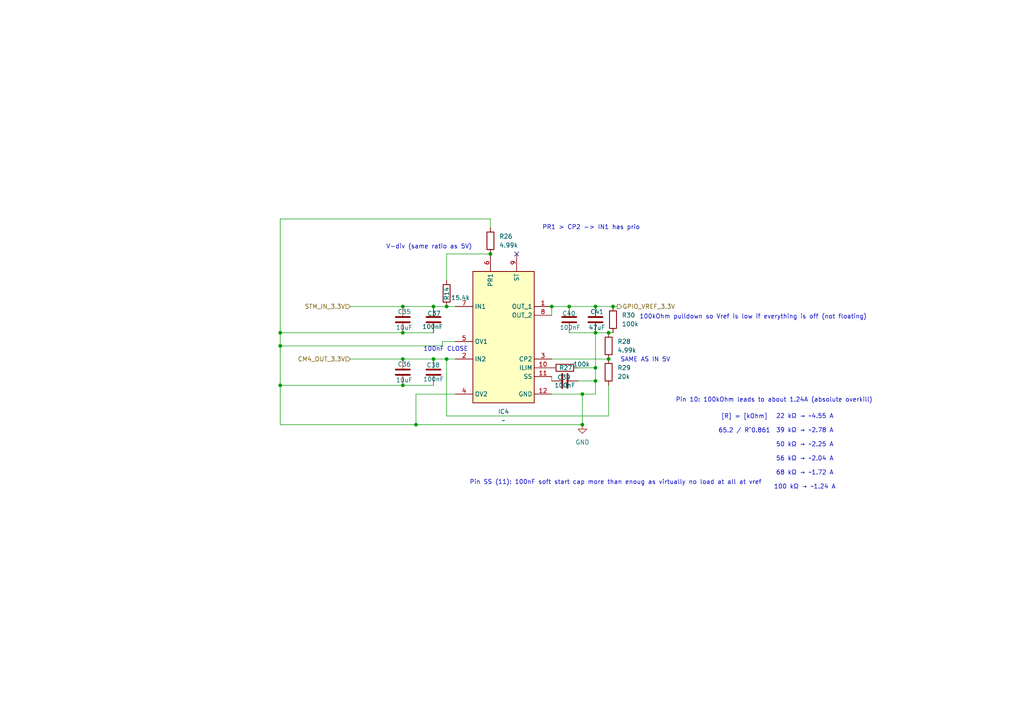
<source format=kicad_sch>
(kicad_sch (version 20250114) (generator "eeschema") (generator_version "9.0")
  (paper "A4")
  (lib_symbols
    (symbol "#dzdb:g_cap/C-100n-0603" (pin_numbers (hide yes)) (pin_names (offset 0.254))
      (property "Reference" "C" (at 0.635 2.54 0))
      (property "Value" "100nF" (at 0.635 -2.54 0))
      (symbol "g_cap/C-100n-0603_0_1"
        (polyline (pts (xy -2.032 0.762) (xy 2.032 0.762)) (stroke (width 0.508)))
        (polyline (pts (xy -2.032 -0.762) (xy 2.032 -0.762)) (stroke (width 0.508)))
      )
      (symbol "g_cap/C-100n-0603_1_1"
        (pin passive line (at 0 3.81 270) (length 2.794) (name "~") (number "1"))
        (pin passive line (at 0 -3.81 90) (length 2.794) (name "~") (number "2"))
      )
    )
    (symbol "#dzdb:g_res/R-100k-0603" (pin_numbers (hide yes)) (pin_names (offset 0))
      (property "Reference" "R" (at 2.032 0 90))
      (property "Value" "100k" (at 0 0 90))
      (symbol "g_res/R-100k-0603_0_1"
        (rectangle (start -1.016 -2.54) (end 1.016 2.54) (stroke (width 0.254)))
      )
      (symbol "g_res/R-100k-0603_1_1"
        (pin passive line (at 0 3.81 270) (length 1.27) (name "~") (number "1"))
        (pin passive line (at 0 -3.81 90) (length 1.27) (name "~") (number "2"))
      )
    )
    (symbol "#dzdb:g_res/R-15.4k-0603" (pin_numbers (hide yes)) (pin_names (offset 0))
      (property "Reference" "R" (at 2.032 0 90))
      (property "Value" "15.4k" (at 0 0 90))
      (symbol "g_res/R-15.4k-0603_0_1"
        (rectangle (start -1.016 -2.54) (end 1.016 2.54) (stroke (width 0.254)))
      )
      (symbol "g_res/R-15.4k-0603_1_1"
        (pin passive line (at 0 3.81 270) (length 1.27) (name "~") (number "1"))
        (pin passive line (at 0 -3.81 90) (length 1.27) (name "~") (number "2"))
      )
    )
    (symbol "#dzdb:g_res/R-20k-0603" (pin_numbers (hide yes)) (pin_names (offset 0))
      (property "Reference" "R" (at 2.032 0 90))
      (property "Value" "20k" (at 0 0 90))
      (symbol "g_res/R-20k-0603_0_1"
        (rectangle (start -1.016 -2.54) (end 1.016 2.54) (stroke (width 0.254)))
      )
      (symbol "g_res/R-20k-0603_1_1"
        (pin passive line (at 0 3.81 270) (length 1.27) (name "~") (number "1"))
        (pin passive line (at 0 -3.81 90) (length 1.27) (name "~") (number "2"))
      )
    )
    (symbol "#dzdb:g_res/R-4.99k-0603" (pin_numbers (hide yes)) (pin_names (offset 0))
      (property "Reference" "R" (at 2.032 0 90))
      (property "Value" "4.99k" (at 0 0 90))
      (symbol "g_res/R-4.99k-0603_0_1"
        (rectangle (start -1.016 -2.54) (end 1.016 2.54) (stroke (width 0.254)))
      )
      (symbol "g_res/R-4.99k-0603_1_1"
        (pin passive line (at 0 3.81 270) (length 1.27) (name "~") (number "1"))
        (pin passive line (at 0 -3.81 90) (length 1.27) (name "~") (number "2"))
      )
    )
    (symbol "#dzdb:s_cap/C-MUR-GRM21BR61A476ME15" (pin_numbers (hide yes)) (pin_names (offset 0.254))
      (property "Reference" "C" (at 0.635 2.54 0))
      (property "Value" "47uF" (at 0.635 -2.54 0))
      (symbol "s_cap/C-MUR-GRM21BR61A476ME15_0_1"
        (polyline (pts (xy -2.032 0.762) (xy 2.032 0.762)) (stroke (width 0.508)))
        (polyline (pts (xy -2.032 -0.762) (xy 2.032 -0.762)) (stroke (width 0.508)))
      )
      (symbol "s_cap/C-MUR-GRM21BR61A476ME15_1_1"
        (pin passive line (at 0 3.81 270) (length 2.794) (name "~") (number "1"))
        (pin passive line (at 0 -3.81 90) (length 2.794) (name "~") (number "2"))
      )
    )
    (symbol "#dzdb:s_cap/C-MUR-GRM32EC72A106KE05" (pin_numbers (hide yes)) (pin_names (offset 0.254))
      (property "Reference" "C" (at 0.635 2.54 0))
      (property "Value" "10uF" (at 0.635 -2.54 0))
      (symbol "s_cap/C-MUR-GRM32EC72A106KE05_0_1"
        (polyline (pts (xy -2.032 0.762) (xy 2.032 0.762)) (stroke (width 0.508)))
        (polyline (pts (xy -2.032 -0.762) (xy 2.032 -0.762)) (stroke (width 0.508)))
      )
      (symbol "s_cap/C-MUR-GRM32EC72A106KE05_1_1"
        (pin passive line (at 0 3.81 270) (length 2.794) (name "~") (number "1"))
        (pin passive line (at 0 -3.81 90) (length 2.794) (name "~") (number "2"))
      )
    )
    (symbol "#dzdb:s_misc/TEXA-595-TPS2121RUXT"
      (property "Reference" "IC" (at 24.13 15.24 0))
      (symbol "s_misc/TEXA-595-TPS2121RUXT_1_1"
        (rectangle (start 5.08 10.16) (end 22.86 -27.94) (stroke (width 0.254)) (fill (type background)))
        (pin passive line (at 0 0 0) (length 5.08) (name "IN1") (number "7"))
        (pin passive line (at 0 -10.16 0) (length 5.08) (name "OV1") (number "5"))
        (pin passive line (at 0 -15.24 0) (length 5.08) (name "IN2") (number "2"))
        (pin passive line (at 0 -25.4 0) (length 5.08) (name "OV2") (number "4"))
        (pin passive line (at 10.16 15.24 270) (length 5.08) (name "PR1") (number "6"))
        (pin passive line (at 17.78 15.24 270) (length 5.08) (name "ST") (number "9"))
        (pin passive line (at 27.94 0 180) (length 5.08) (name "OUT_1") (number "1"))
        (pin passive line (at 27.94 -2.54 180) (length 5.08) (name "OUT_2") (number "8"))
        (pin passive line (at 27.94 -15.24 180) (length 5.08) (name "CP2") (number "3"))
        (pin passive line (at 27.94 -17.78 180) (length 5.08) (name "ILIM") (number "10"))
        (pin passive line (at 27.94 -20.32 180) (length 5.08) (name "SS") (number "11"))
        (pin passive line (at 27.94 -25.4 180) (length 5.08) (name "GND") (number "12"))
      )
    )
    (symbol "power:GND" (power) (pin_numbers (hide yes)) (pin_names (offset 0) (hide yes))
      (property "Value" "GND" (at 0 -3.81 0))
      (symbol "GND_0_1"
        (polyline (pts (xy 0 0) (xy 0 -1.27) (xy 1.27 -1.27) (xy 0 -2.54) (xy -1.27 -1.27) (xy 0 -1.27)))
      )
      (symbol "GND_1_1"
        (pin power_in line (at 0 0 270) (length 0) (name "~") (number "1"))
      )
    )
  )
  (text "Pin SS (11): 100nF soft start cap more than enoug as virtually no load at all at vref" (at 178.562 139.954 0) (effects (font (size 1.27 1.27))))
  (text "PR1 > CP2 -> IN1 has prio" (at 171.45 66.04 0) (effects (font (size 1.27 1.27))))
  (text "[R] = [kOhm]\n\n65.2 / R^0.861" (at 215.9 122.936 0) (effects (font (size 1.27 1.27))))
  (text "100nF CLOSE" (at 129.286 101.346 0) (effects (font (size 1.27 1.27))))
  (text "100kOhm pulldown so Vref is low if everything is off (not floating)" (at 218.44 91.948 0) (effects (font (size 1.27 1.27))))
  (text "V-div (same ratio as 5V)" (at 124.46 71.628 0) (effects (font (size 1.27 1.27))))
  (text "22 kΩ → ~4.55 A\n\n39 kΩ → ~2.78 A\n\n50 kΩ → ~2.25 A\n\n56 kΩ → ~2.04 A\n\n68 kΩ → ~1.72 A\n\n100 kΩ → ~1.24 A" (at 233.426 131.064 0) (effects (font (size 1.27 1.27))))
  (text "SAME AS IN 5V" (at 187.198 104.394 0) (effects (font (size 1.27 1.27))))
  (text "Pin 10: 100kOhm leads to about 1.24A (absolute overkill)" (at 224.536 116.078 0) (effects (font (size 1.27 1.27))))
  (junction (at 168.91 123.19))
  (junction (at 129.54 104.14))
  (junction (at 172.72 106.68))
  (junction (at 160.02 88.9))
  (junction (at 81.28 96.52))
  (junction (at 168.91 114.3))
  (junction (at 176.53 96.52))
  (junction (at 125.73 104.14))
  (junction (at 176.53 104.14))
  (junction (at 125.73 88.9))
  (junction (at 116.84 96.52))
  (junction (at 120.65 123.19))
  (junction (at 81.28 111.76))
  (junction (at 172.72 96.52))
  (junction (at 165.1 88.9))
  (junction (at 116.84 104.14))
  (junction (at 81.28 100.33))
  (junction (at 177.8 88.9))
  (junction (at 172.72 110.49))
  (junction (at 116.84 88.9))
  (junction (at 172.72 88.9))
  (junction (at 116.84 111.76))
  (junction (at 142.24 73.66))
  (junction (at 129.54 88.9))
  (no_connect (at 149.86 73.66))
  (wire (pts (xy 81.28 96.52) (xy 81.28 63.5)))
  (wire (pts (xy 129.54 120.65) (xy 176.53 120.65)))
  (wire (pts (xy 129.54 104.14) (xy 132.08 104.14)))
  (wire (pts (xy 129.54 81.28) (xy 129.54 73.66)))
  (wire (pts (xy 160.02 109.22) (xy 160.02 110.49)))
  (wire (pts (xy 172.72 88.9) (xy 177.8 88.9)))
  (wire (pts (xy 142.24 63.5) (xy 142.24 66.04)))
  (wire (pts (xy 177.8 88.9) (xy 179.07 88.9)))
  (wire (pts (xy 132.08 114.3) (xy 120.65 114.3)))
  (wire (pts (xy 129.54 104.14) (xy 129.54 120.65)))
  (wire (pts (xy 160.02 88.9) (xy 160.02 91.44)))
  (wire (pts (xy 160.02 104.14) (xy 176.53 104.14)))
  (wire (pts (xy 165.1 88.9) (xy 172.72 88.9)))
  (wire (pts (xy 172.72 106.68) (xy 172.72 110.49)))
  (wire (pts (xy 172.72 114.3) (xy 168.91 114.3)))
  (wire (pts (xy 120.65 114.3) (xy 120.65 123.19)))
  (wire (pts (xy 168.91 123.19) (xy 168.91 114.3)))
  (wire (pts (xy 165.1 96.52) (xy 172.72 96.52)))
  (wire (pts (xy 81.28 100.33) (xy 81.28 111.76)))
  (wire (pts (xy 168.91 114.3) (xy 160.02 114.3)))
  (wire (pts (xy 81.28 100.33) (xy 128.27 100.33)))
  (wire (pts (xy 129.54 73.66) (xy 142.24 73.66)))
  (wire (pts (xy 101.6 104.14) (xy 116.84 104.14)))
  (wire (pts (xy 128.27 99.06) (xy 128.27 100.33)))
  (wire (pts (xy 116.84 88.9) (xy 125.73 88.9)))
  (wire (pts (xy 125.73 88.9) (xy 129.54 88.9)))
  (wire (pts (xy 125.73 96.52) (xy 116.84 96.52)))
  (wire (pts (xy 116.84 104.14) (xy 125.73 104.14)))
  (wire (pts (xy 81.28 111.76) (xy 81.28 123.19)))
  (wire (pts (xy 176.53 96.52) (xy 177.8 96.52)))
  (wire (pts (xy 172.72 106.68) (xy 167.64 106.68)))
  (wire (pts (xy 125.73 104.14) (xy 129.54 104.14)))
  (wire (pts (xy 128.27 99.06) (xy 132.08 99.06)))
  (wire (pts (xy 81.28 111.76) (xy 116.84 111.76)))
  (wire (pts (xy 81.28 63.5) (xy 142.24 63.5)))
  (wire (pts (xy 172.72 96.52) (xy 176.53 96.52)))
  (wire (pts (xy 125.73 111.76) (xy 116.84 111.76)))
  (wire (pts (xy 160.02 88.9) (xy 165.1 88.9)))
  (wire (pts (xy 172.72 110.49) (xy 172.72 114.3)))
  (wire (pts (xy 176.53 120.65) (xy 176.53 111.76)))
  (wire (pts (xy 167.64 110.49) (xy 172.72 110.49)))
  (wire (pts (xy 81.28 96.52) (xy 81.28 100.33)))
  (wire (pts (xy 101.6 88.9) (xy 116.84 88.9)))
  (wire (pts (xy 81.28 123.19) (xy 120.65 123.19)))
  (wire (pts (xy 81.28 96.52) (xy 116.84 96.52)))
  (wire (pts (xy 172.72 96.52) (xy 172.72 106.68)))
  (wire (pts (xy 120.65 123.19) (xy 168.91 123.19)))
  (wire (pts (xy 129.54 88.9) (xy 132.08 88.9)))
  (hierarchical_label "GPIO_VREF_3.3V" (shape output) (at 179.07 88.9 0))
  (hierarchical_label "CM4_OUT_3.3V" (shape input) (at 101.6 104.14 180))
  (hierarchical_label "STM_IN_3.3V" (shape input) (at 101.6 88.9 180))
  (symbol (lib_id "#dzdb:g_cap/C-100n-0603") (at 163.83 110.49 90) (unit 1)
    (property "Reference" "C39" (at 163.576 109.474 90))
    (property "Value" "100nF" (at 163.83 111.76 90))
    (property "Footprint" "Capacitor_SMD:C_0603_1608Metric" (effects (hide yes)))
    (property "Datasheet" "https://www.we-online.com/components/products/datasheet/885012206095.pdf" (effects (hide yes)))
    (property "Description" "Cap 100nF 50V 0603 C0G ±10%" (effects (hide yes)))
    (property "IPN" "C-100n-0603" (effects (hide yes)))
    (property "MPN" "885012206095" (effects (hide yes)))
    (property "Manufacturer" "Wurth Elektronik" (effects (hide yes)))
    (property "Capacitance" "100nF" (effects (hide yes)))
    (property "Voltage" "50V" (effects (hide yes)))
    (property "Material" "C0G" (effects (hide yes)))
    (property "Tolerance" "10%" (effects (hide yes)))
    (property "Supplier" "Mouser" (effects (hide yes)))
    (property "SPN" "710-885012206095" (effects (hide yes)))
    (property "LCSC" "CXXXXX" (effects (hide yes)))
    (property "Comment" "lifecycle=Active; note=Auto-generated" (effects (hide yes)))
  )
  (symbol (lib_id "#dzdb:g_cap/C-100n-0603") (at 165.1 92.71 0) (unit 1)
    (property "Reference" "C40" (at 163.068 90.932 0) (effects (justify left)))
    (property "Value" "100nF" (at 162.306 94.996 0) (effects (justify left)))
    (property "Footprint" "Capacitor_SMD:C_0603_1608Metric" (effects (hide yes)))
    (property "Datasheet" "https://www.we-online.com/components/products/datasheet/885012206095.pdf" (effects (hide yes)))
    (property "Description" "Cap 100nF 50V 0603 C0G ±10%" (effects (hide yes)))
    (property "IPN" "C-100n-0603" (effects (hide yes)))
    (property "MPN" "885012206095" (effects (hide yes)))
    (property "Manufacturer" "Wurth Elektronik" (effects (hide yes)))
    (property "Capacitance" "100nF" (effects (hide yes)))
    (property "Voltage" "50V" (effects (hide yes)))
    (property "Material" "C0G" (effects (hide yes)))
    (property "Tolerance" "10%" (effects (hide yes)))
    (property "Supplier" "Mouser" (effects (hide yes)))
    (property "SPN" "710-885012206095" (effects (hide yes)))
    (property "LCSC" "CXXXXX" (effects (hide yes)))
    (property "Comment" "lifecycle=Active; note=Auto-generated" (effects (hide yes)))
  )
  (symbol (lib_id "#dzdb:g_res/R-4.99k-0603") (at 142.24 69.85 0) (unit 1)
    (property "Reference" "R26" (at 144.78 68.5799 0) (effects (justify left)))
    (property "Value" "4.99k" (at 144.78 71.1199 0) (effects (justify left)))
    (property "Footprint" "Resistor_SMD:R_0603_1608Metric" (effects (hide yes)))
    (property "Datasheet" "https://www.we-online.com/components/products/datasheet/560112116132.pdf" (effects (hide yes)))
    (property "Description" "Thick Film Resistors - SMD WRIS-RSKS 4.99 kOhms 1 % 0.1 W 0603" (effects (hide yes)))
    (property "IPN" "R-4.99k-0603" (effects (hide yes)))
    (property "MPN" "560112116132" (effects (hide yes)))
    (property "Manufacturer" "Wurth Elektronik" (effects (hide yes)))
    (property "Resistance" "4.99k" (effects (hide yes)))
    (property "Power" "0.1 W" (effects (hide yes)))
    (property "Material" "Thick film" (effects (hide yes)))
    (property "Tolerance" "1 %" (effects (hide yes)))
    (property "Supplier" "Mouser" (effects (hide yes)))
    (property "SPN" "710-560112116132" (effects (hide yes)))
    (property "LCSC" "CXXXXX" (effects (hide yes)))
    (property "Comment" "lifecycle=Active; note=Auto-generated" (effects (hide yes)))
  )
  (symbol (lib_id "#dzdb:g_res/R-15.4k-0603") (at 129.54 85.09 0) (unit 1)
    (property "Reference" "R14" (at 129.54 87.122 90) (effects (justify left)))
    (property "Value" "15.4k" (at 130.81 86.36 0) (effects (justify left)))
    (property "Footprint" "Resistor_SMD:R_0603_1608Metric" (effects (hide yes)))
    (property "Datasheet" "https://www.we-online.com/components/products/datasheet/560112116105.pdf" (effects (hide yes)))
    (property "Description" "Thick Film Resistors - SMD WRIS-RSKS 15.4 kOhms 1 % 0.1 W 0603" (effects (hide yes)))
    (property "IPN" "R-15.4k-0603" (effects (hide yes)))
    (property "MPN" "560112116105" (effects (hide yes)))
    (property "Manufacturer" "Wurth Elektronik" (effects (hide yes)))
    (property "Resistance" "15.4k" (effects (hide yes)))
    (property "Power" "0.1 W" (effects (hide yes)))
    (property "Material" "Thick film" (effects (hide yes)))
    (property "Tolerance" "1 %" (effects (hide yes)))
    (property "Supplier" "Mouser" (effects (hide yes)))
    (property "SPN" "710-560112116105" (effects (hide yes)))
    (property "LCSC" "CXXXXX" (effects (hide yes)))
    (property "Comment" "lifecycle=Active; note=Auto-generated" (effects (hide yes)))
  )
  (symbol (lib_id "#dzdb:g_res/R-4.99k-0603") (at 176.53 100.33 0) (unit 1)
    (property "Reference" "R28" (at 179.07 99.0599 0) (effects (justify left)))
    (property "Value" "4.99k" (at 179.07 101.5999 0) (effects (justify left)))
    (property "Footprint" "Resistor_SMD:R_0603_1608Metric" (effects (hide yes)))
    (property "Datasheet" "https://www.we-online.com/components/products/datasheet/560112116132.pdf" (effects (hide yes)))
    (property "Description" "Thick Film Resistors - SMD WRIS-RSKS 4.99 kOhms 1 % 0.1 W 0603" (effects (hide yes)))
    (property "IPN" "R-4.99k-0603" (effects (hide yes)))
    (property "MPN" "560112116132" (effects (hide yes)))
    (property "Manufacturer" "Wurth Elektronik" (effects (hide yes)))
    (property "Resistance" "4.99k" (effects (hide yes)))
    (property "Power" "0.1 W" (effects (hide yes)))
    (property "Material" "Thick film" (effects (hide yes)))
    (property "Tolerance" "1 %" (effects (hide yes)))
    (property "Supplier" "Mouser" (effects (hide yes)))
    (property "SPN" "710-560112116132" (effects (hide yes)))
    (property "LCSC" "CXXXXX" (effects (hide yes)))
    (property "Comment" "lifecycle=Active; note=Auto-generated" (effects (hide yes)))
  )
  (symbol (lib_id "#dzdb:g_cap/C-100n-0603") (at 125.73 92.71 0) (unit 1)
    (property "Reference" "C37" (at 123.952 90.932 0) (effects (justify left)))
    (property "Value" "100nF" (at 122.428 94.742 0) (effects (justify left)))
    (property "Footprint" "Capacitor_SMD:C_0603_1608Metric" (effects (hide yes)))
    (property "Datasheet" "https://www.we-online.com/components/products/datasheet/885012206095.pdf" (effects (hide yes)))
    (property "Description" "Cap 100nF 50V 0603 C0G ±10%" (effects (hide yes)))
    (property "IPN" "C-100n-0603" (effects (hide yes)))
    (property "MPN" "885012206095" (effects (hide yes)))
    (property "Manufacturer" "Wurth Elektronik" (effects (hide yes)))
    (property "Capacitance" "100nF" (effects (hide yes)))
    (property "Voltage" "50V" (effects (hide yes)))
    (property "Material" "C0G" (effects (hide yes)))
    (property "Tolerance" "10%" (effects (hide yes)))
    (property "Supplier" "Mouser" (effects (hide yes)))
    (property "SPN" "710-885012206095" (effects (hide yes)))
    (property "LCSC" "CXXXXX" (effects (hide yes)))
    (property "Comment" "lifecycle=Active; note=Auto-generated" (effects (hide yes)))
  )
  (symbol (lib_id "power:GND") (at 168.91 123.19 0) (unit 1)
    (property "Reference" "#PWR033" (effects (hide yes)))
    (property "Value" "GND" (at 168.91 128.27 0))
    (property "Description" "Power symbol creates a global label with name \"GND\" , ground" (effects (hide yes)))
  )
  (symbol (lib_id "#dzdb:s_cap/C-MUR-GRM21BR61A476ME15") (at 172.72 92.71 0) (unit 1)
    (property "Reference" "C41" (at 171.196 90.424 0) (effects (justify left)))
    (property "Value" "47uF" (at 170.688 94.996 0) (effects (justify left)))
    (property "Footprint" "Capacitor_SMD:C_0805_2012Metric" (effects (hide yes)))
    (property "Datasheet" "https://www.murata.com/products/productdetail?partno=GRM21BR61A476ME15%23" (effects (hide yes)))
    (property "Description" "Cap 47µF 10V 0805 X5R ±20%" (effects (hide yes)))
    (property "IPN" "C-MUR-GRM21BR61A476ME15" (effects (hide yes)))
    (property "MPN" "GRM21BR61A476ME15" (effects (hide yes)))
    (property "Manufacturer" "Murata Electronics" (effects (hide yes)))
    (property "Capacitance" "47uF" (effects (hide yes)))
    (property "Voltage" "10V" (effects (hide yes)))
    (property "Material" "X5R" (effects (hide yes)))
    (property "Tolerance" "20%" (effects (hide yes)))
    (property "Supplier" "Mouser" (effects (hide yes)))
    (property "SPN" "81-GRM21BR61A476ME5L" (effects (hide yes)))
    (property "LCSC" "C124129" (effects (hide yes)))
    (property "Comment" "lifecycle=Active; note=High capacitance in 0805 package" (effects (hide yes)))
  )
  (symbol (lib_id "#dzdb:s_cap/C-MUR-GRM32EC72A106KE05") (at 116.84 92.71 0) (unit 1)
    (property "Reference" "C35" (at 115.316 90.424 0) (effects (justify left)))
    (property "Value" "10uF" (at 114.808 94.996 0) (effects (justify left)))
    (property "Footprint" "Capacitor_SMD:C_1210_3225Metric" (effects (hide yes)))
    (property "Datasheet" "https://www.murata.com/products/productdetail?partno=GRM32EC72A106KE05K" (effects (hide yes)))
    (property "Description" "Cap 10µF 100V 1210 X7R ±10%" (effects (hide yes)))
    (property "IPN" "C-MUR-GRM32EC72A106KE05" (effects (hide yes)))
    (property "MPN" "GRM32EC72A106KE05" (effects (hide yes)))
    (property "Manufacturer" "Murata Electronics" (effects (hide yes)))
    (property "Capacitance" "10uF" (effects (hide yes)))
    (property "Voltage" "100V" (effects (hide yes)))
    (property "Material" "X7R" (effects (hide yes)))
    (property "Tolerance" "10%" (effects (hide yes)))
    (property "Supplier" "Mouser" (effects (hide yes)))
    (property "SPN" "81-GRM32EC72A106KE5K" (effects (hide yes)))
    (property "LCSC" "C5444485" (effects (hide yes)))
    (property "Comment" "lifecycle=Active; Alternative part: Samsung CL32Y106KCVZNW (almost identical specs)" (effects (hide yes)))
  )
  (symbol (lib_id "#dzdb:g_res/R-20k-0603") (at 176.53 107.95 0) (unit 1)
    (property "Reference" "R29" (at 179.07 106.6799 0) (effects (justify left)))
    (property "Value" "20k" (at 179.07 109.2199 0) (effects (justify left)))
    (property "Footprint" "Resistor_SMD:R_0603_1608Metric" (effects (hide yes)))
    (property "Datasheet" "https://www.we-online.com/components/products/datasheet/560112116015.pdf" (effects (hide yes)))
    (property "Description" "Thick Film Resistors - SMD WRIS-RSKS 20 kOhms 1 % 0.1 W 0603" (effects (hide yes)))
    (property "IPN" "R-20k-0603" (effects (hide yes)))
    (property "MPN" "560112116015" (effects (hide yes)))
    (property "Manufacturer" "Wurth Elektronik" (effects (hide yes)))
    (property "Resistance" "20k" (effects (hide yes)))
    (property "Power" "0.1 W" (effects (hide yes)))
    (property "Material" "Thick film" (effects (hide yes)))
    (property "Tolerance" "1 %" (effects (hide yes)))
    (property "Supplier" "Mouser" (effects (hide yes)))
    (property "SPN" "710-560112116015" (effects (hide yes)))
    (property "LCSC" "CXXXXX" (effects (hide yes)))
    (property "Comment" "lifecycle=Active; note=Auto-generated" (effects (hide yes)))
  )
  (symbol (lib_id "#dzdb:g_res/R-100k-0603") (at 177.8 92.71 0) (unit 1)
    (property "Reference" "R30" (at 180.34 91.4399 0) (effects (justify left)))
    (property "Value" "100k" (at 180.34 93.9799 0) (effects (justify left)))
    (property "Footprint" "Resistor_SMD:R_0603_1608Metric" (effects (hide yes)))
    (property "Datasheet" "https://www.we-online.com/components/products/datasheet/560112116004.pdf" (effects (hide yes)))
    (property "Description" "Thick Film Resistors - SMD WRIS-RSKS 100 kOhms 1 % 0.1 W 0603" (effects (hide yes)))
    (property "IPN" "R-100k-0603" (effects (hide yes)))
    (property "MPN" "560112116004" (effects (hide yes)))
    (property "Manufacturer" "Wurth Elektronik" (effects (hide yes)))
    (property "Resistance" "100k" (effects (hide yes)))
    (property "Power" "0.1 W" (effects (hide yes)))
    (property "Material" "Thick film" (effects (hide yes)))
    (property "Tolerance" "1 %" (effects (hide yes)))
    (property "Supplier" "Mouser" (effects (hide yes)))
    (property "SPN" "710-560112116004" (effects (hide yes)))
    (property "LCSC" "CXXXXX" (effects (hide yes)))
    (property "Comment" "lifecycle=Active; note=Auto-generated" (effects (hide yes)))
  )
  (symbol (lib_id "#dzdb:g_cap/C-100n-0603") (at 125.73 107.95 0) (unit 1)
    (property "Reference" "C38" (at 123.698 105.918 0) (effects (justify left)))
    (property "Value" "100nF" (at 122.682 109.982 0) (effects (justify left)))
    (property "Footprint" "Capacitor_SMD:C_0603_1608Metric" (effects (hide yes)))
    (property "Datasheet" "https://www.we-online.com/components/products/datasheet/885012206095.pdf" (effects (hide yes)))
    (property "Description" "Cap 100nF 50V 0603 C0G ±10%" (effects (hide yes)))
    (property "IPN" "C-100n-0603" (effects (hide yes)))
    (property "MPN" "885012206095" (effects (hide yes)))
    (property "Manufacturer" "Wurth Elektronik" (effects (hide yes)))
    (property "Capacitance" "100nF" (effects (hide yes)))
    (property "Voltage" "50V" (effects (hide yes)))
    (property "Material" "C0G" (effects (hide yes)))
    (property "Tolerance" "10%" (effects (hide yes)))
    (property "Supplier" "Mouser" (effects (hide yes)))
    (property "SPN" "710-885012206095" (effects (hide yes)))
    (property "LCSC" "CXXXXX" (effects (hide yes)))
    (property "Comment" "lifecycle=Active; note=Auto-generated" (effects (hide yes)))
  )
  (symbol (lib_id "#dzdb:g_res/R-100k-0603") (at 163.83 106.68 90) (unit 1)
    (property "Reference" "R27" (at 164.084 106.68 90))
    (property "Value" "100k" (at 168.656 105.664 90))
    (property "Footprint" "Resistor_SMD:R_0603_1608Metric" (effects (hide yes)))
    (property "Datasheet" "https://www.we-online.com/components/products/datasheet/560112116004.pdf" (effects (hide yes)))
    (property "Description" "Thick Film Resistors - SMD WRIS-RSKS 100 kOhms 1 % 0.1 W 0603" (effects (hide yes)))
    (property "IPN" "R-100k-0603" (effects (hide yes)))
    (property "MPN" "560112116004" (effects (hide yes)))
    (property "Manufacturer" "Wurth Elektronik" (effects (hide yes)))
    (property "Resistance" "100k" (effects (hide yes)))
    (property "Power" "0.1 W" (effects (hide yes)))
    (property "Material" "Thick film" (effects (hide yes)))
    (property "Tolerance" "1 %" (effects (hide yes)))
    (property "Supplier" "Mouser" (effects (hide yes)))
    (property "SPN" "710-560112116004" (effects (hide yes)))
    (property "LCSC" "CXXXXX" (effects (hide yes)))
    (property "Comment" "lifecycle=Active; note=Auto-generated" (effects (hide yes)))
  )
  (symbol (lib_id "#dzdb:s_misc/TEXA-595-TPS2121RUXT") (at 132.08 88.9 0) (unit 1)
    (property "Reference" "IC4" (at 146.05 119.38 0))
    (property "Value" "~" (at 146.05 121.92 0))
    (property "Footprint" "dz_dio:TI_Switchover_TPS2121RUXT" (effects (hide yes)))
    (property "Datasheet" "https://www.ti.com/lit/ds/symlink/tps2120.pdf?ts=1761678178328" (effects (hide yes)))
    (property "Description" "Leistungsschalter IC - Leistungsverteiler 2.7-V&nbsp;to 22-V 56-m? 4.5-A power A 595-TPS2121RUXR" (effects (hide yes)))
    (property "Height" "1" (effects (hide yes)))
    (property "Mouser Part Number" "595-TPS2121RUXT" (effects (hide yes)))
    (property "Mouser Price/Stock" "https://www.mouser.co.uk/ProductDetail/Texas-Instruments/TPS2121RUXT?qs=l7cgNqFNU1i6abJCbO5ulQ%3D%3D" (effects (hide yes)))
    (property "Manufacturer_Name" "Texas Instruments" (effects (hide yes)))
    (property "Manufacturer_Part_Number" "TPS2121RUXT" (effects (hide yes)))
    (property "IPN" "TEXA-595-TPS2121RUXT" (effects (hide yes)))
    (property "MPN" "595-TPS2121RUXT" (effects (hide yes)))
    (property "Manufacturer" "Texas Instruments" (effects (hide yes)))
    (property "Symbol" "dz_dio:TI_Switchover_TPS2121RUXT" (effects (hide yes)))
    (property "Type" "Leistungsschalter IC - Leistungsverteiler" (effects (hide yes)))
    (property "Supplier" "Mouser" (effects (hide yes)))
    (property "SPN" "595-TPS2121RUXT" (effects (hide yes)))
    (property "Comment" "This is a bit of a tricky one to solder by hand; wed need paste and a heat gun..." (effects (hide yes)))
  )
  (symbol (lib_id "#dzdb:s_cap/C-MUR-GRM32EC72A106KE05") (at 116.84 107.95 0) (unit 1)
    (property "Reference" "C36" (at 115.316 105.664 0) (effects (justify left)))
    (property "Value" "10uF" (at 114.808 110.236 0) (effects (justify left)))
    (property "Footprint" "Capacitor_SMD:C_1210_3225Metric" (effects (hide yes)))
    (property "Datasheet" "https://www.murata.com/products/productdetail?partno=GRM32EC72A106KE05K" (effects (hide yes)))
    (property "Description" "Cap 10µF 100V 1210 X7R ±10%" (effects (hide yes)))
    (property "IPN" "C-MUR-GRM32EC72A106KE05" (effects (hide yes)))
    (property "MPN" "GRM32EC72A106KE05" (effects (hide yes)))
    (property "Manufacturer" "Murata Electronics" (effects (hide yes)))
    (property "Capacitance" "10uF" (effects (hide yes)))
    (property "Voltage" "100V" (effects (hide yes)))
    (property "Material" "X7R" (effects (hide yes)))
    (property "Tolerance" "10%" (effects (hide yes)))
    (property "Supplier" "Mouser" (effects (hide yes)))
    (property "SPN" "81-GRM32EC72A106KE5K" (effects (hide yes)))
    (property "LCSC" "C5444485" (effects (hide yes)))
    (property "Comment" "lifecycle=Active; Alternative part: Samsung CL32Y106KCVZNW (almost identical specs)" (effects (hide yes)))
  )
)
</source>
